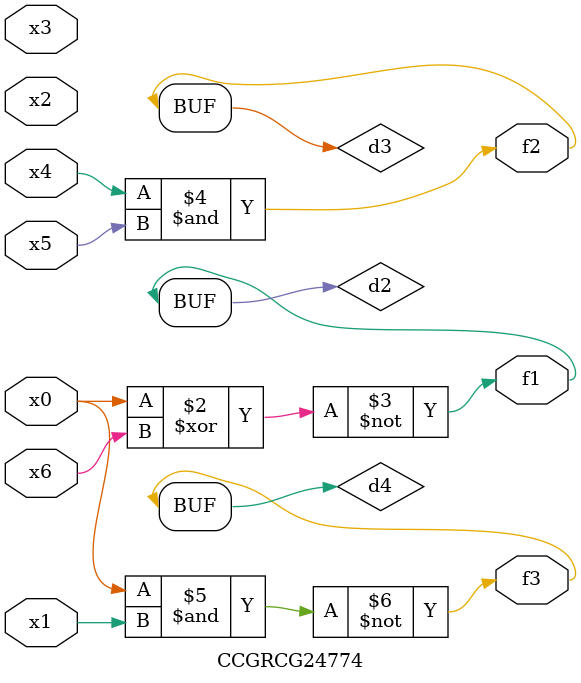
<source format=v>
module CCGRCG24774(
	input x0, x1, x2, x3, x4, x5, x6,
	output f1, f2, f3
);

	wire d1, d2, d3, d4;

	nor (d1, x0);
	xnor (d2, x0, x6);
	and (d3, x4, x5);
	nand (d4, x0, x1);
	assign f1 = d2;
	assign f2 = d3;
	assign f3 = d4;
endmodule

</source>
